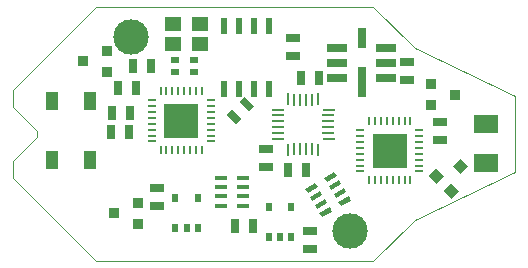
<source format=gts>
G04 (created by PCBNEW (2013-jul-07)-stable) date Tue 30 Dec 2014 02:21:33 PM EST*
%MOIN*%
G04 Gerber Fmt 3.4, Leading zero omitted, Abs format*
%FSLAX34Y34*%
G01*
G70*
G90*
G04 APERTURE LIST*
%ADD10C,0.00590551*%
%ADD11C,0.00393701*%
%ADD12R,0.0433071X0.00984252*%
%ADD13R,0.00984252X0.0433071*%
%ADD14R,0.0409449X0.00984252*%
%ADD15R,0.055X0.047*%
%ADD16R,0.036X0.036*%
%ADD17R,0.02X0.03*%
%ADD18R,0.0236X0.0551*%
%ADD19R,0.08X0.06*%
%ADD20R,0.025X0.045*%
%ADD21R,0.045X0.025*%
%ADD22R,0.01X0.03*%
%ADD23R,0.03X0.01*%
%ADD24R,0.1181X0.1181*%
%ADD25R,0.0393701X0.015748*%
%ADD26R,0.0275591X0.023622*%
%ADD27R,0.065748X0.0314961*%
%ADD28R,0.0314961X0.065748*%
%ADD29R,0.0314961X0.0984252*%
%ADD30C,0.11811*%
%ADD31R,0.0394X0.0591*%
G04 APERTURE END LIST*
G54D10*
G54D11*
X55118Y-14960D02*
X45866Y-14960D01*
X55118Y-23425D02*
X45866Y-23425D01*
X56496Y-16338D02*
X59842Y-17913D01*
X55118Y-14960D02*
X56496Y-16338D01*
X56496Y-22047D02*
X59842Y-20472D01*
X55118Y-23425D02*
X56496Y-22047D01*
X45866Y-14960D02*
X43110Y-17716D01*
X45866Y-23425D02*
X43110Y-20669D01*
X59842Y-20275D02*
X59842Y-20472D01*
X59842Y-17913D02*
X59842Y-20275D01*
X43897Y-19291D02*
X43897Y-19094D01*
X43110Y-20078D02*
X43897Y-19291D01*
X43110Y-20669D02*
X43110Y-20078D01*
X43110Y-17716D02*
X43110Y-18307D01*
X43897Y-19094D02*
X43110Y-18307D01*
G54D12*
X51932Y-18376D03*
X51952Y-18573D03*
X51952Y-18770D03*
X51952Y-18967D03*
X51952Y-19163D03*
X51932Y-19360D03*
G54D13*
X52287Y-19715D03*
X52483Y-19695D03*
X52680Y-19695D03*
X52877Y-19695D03*
X53074Y-19695D03*
X53271Y-19715D03*
G54D14*
X53625Y-19360D03*
G54D12*
X53605Y-19163D03*
X53605Y-18967D03*
X53605Y-18770D03*
X53605Y-18573D03*
X53625Y-18376D03*
G54D13*
X53271Y-18022D03*
X53074Y-18041D03*
X52877Y-18041D03*
X52680Y-18041D03*
X52483Y-18041D03*
X52287Y-18022D03*
G54D15*
X49331Y-16195D03*
X49331Y-15525D03*
X48431Y-15525D03*
X48431Y-16195D03*
G54D16*
X57037Y-18237D03*
X57037Y-17537D03*
X57837Y-17887D03*
X46248Y-16416D03*
X46248Y-17116D03*
X45448Y-16766D03*
G54D10*
G36*
X57966Y-21088D02*
X57711Y-21342D01*
X57457Y-21088D01*
X57711Y-20833D01*
X57966Y-21088D01*
X57966Y-21088D01*
G37*
G36*
X57471Y-20593D02*
X57216Y-20847D01*
X56962Y-20593D01*
X57216Y-20338D01*
X57471Y-20593D01*
X57471Y-20593D01*
G37*
G36*
X58284Y-20274D02*
X58029Y-20529D01*
X57775Y-20274D01*
X58029Y-20020D01*
X58284Y-20274D01*
X58284Y-20274D01*
G37*
G54D16*
X47272Y-21485D03*
X47272Y-22185D03*
X46472Y-21835D03*
G54D17*
X51630Y-22608D03*
X52380Y-22608D03*
X51630Y-21608D03*
X52005Y-22608D03*
X52380Y-21608D03*
X48514Y-22309D03*
X49264Y-22309D03*
X48514Y-21309D03*
X48889Y-22309D03*
X49264Y-21309D03*
G54D18*
X51645Y-17693D03*
X51645Y-15593D03*
X51145Y-17693D03*
X50645Y-17693D03*
X50145Y-17693D03*
X51145Y-15593D03*
X50645Y-15593D03*
X50145Y-15593D03*
G54D19*
X58872Y-18859D03*
X58872Y-20159D03*
G54D10*
G36*
X50547Y-18865D02*
X50229Y-18546D01*
X50406Y-18370D01*
X50724Y-18688D01*
X50547Y-18865D01*
X50547Y-18865D01*
G37*
G36*
X50971Y-18440D02*
X50653Y-18122D01*
X50830Y-17945D01*
X51148Y-18264D01*
X50971Y-18440D01*
X50971Y-18440D01*
G37*
G54D20*
X47699Y-16918D03*
X47099Y-16918D03*
X52856Y-20400D03*
X52256Y-20400D03*
G54D21*
X56236Y-16800D03*
X56236Y-17400D03*
X51539Y-20305D03*
X51539Y-19705D03*
G54D20*
X47210Y-17642D03*
X46610Y-17642D03*
X51107Y-22273D03*
X50507Y-22273D03*
G54D21*
X57329Y-19388D03*
X57329Y-18788D03*
G54D20*
X53312Y-17319D03*
X52712Y-17319D03*
X46992Y-18489D03*
X46392Y-18489D03*
G54D21*
X47890Y-21006D03*
X47890Y-21606D03*
X53001Y-22416D03*
X53001Y-23016D03*
G54D20*
X46977Y-19138D03*
X46377Y-19138D03*
G54D22*
X48218Y-17766D03*
X48415Y-17766D03*
X48612Y-17766D03*
X48021Y-17766D03*
G54D23*
X47726Y-18061D03*
X47726Y-18258D03*
X47726Y-18455D03*
X47726Y-18652D03*
X47726Y-18848D03*
X47726Y-19045D03*
X47726Y-19242D03*
X47726Y-19439D03*
G54D22*
X49399Y-19734D03*
X48021Y-19734D03*
X48218Y-19734D03*
X48415Y-19734D03*
X48612Y-19734D03*
X48808Y-19734D03*
X49005Y-19734D03*
X49202Y-19734D03*
G54D23*
X49694Y-19439D03*
X49694Y-19242D03*
X49694Y-19045D03*
X49694Y-18848D03*
X49694Y-18652D03*
X49694Y-18455D03*
X49694Y-18258D03*
X49694Y-18061D03*
G54D22*
X49399Y-17766D03*
X49202Y-17766D03*
X49005Y-17766D03*
X48808Y-17766D03*
G54D24*
X48710Y-18750D03*
G54D22*
X55173Y-18767D03*
X55370Y-18767D03*
X55567Y-18767D03*
X54976Y-18767D03*
G54D23*
X54681Y-19062D03*
X54681Y-19259D03*
X54681Y-19456D03*
X54681Y-19653D03*
X54681Y-19849D03*
X54681Y-20046D03*
X54681Y-20243D03*
X54681Y-20440D03*
G54D22*
X56354Y-20735D03*
X54976Y-20735D03*
X55173Y-20735D03*
X55370Y-20735D03*
X55567Y-20735D03*
X55763Y-20735D03*
X55960Y-20735D03*
X56157Y-20735D03*
G54D23*
X56649Y-20440D03*
X56649Y-20243D03*
X56649Y-20046D03*
X56649Y-19849D03*
X56649Y-19653D03*
X56649Y-19456D03*
X56649Y-19259D03*
X56649Y-19062D03*
G54D22*
X56354Y-18767D03*
X56157Y-18767D03*
X55960Y-18767D03*
X55763Y-18767D03*
G54D24*
X55665Y-19751D03*
G54D10*
G36*
X54369Y-21410D02*
X54028Y-21607D01*
X53949Y-21471D01*
X54290Y-21274D01*
X54369Y-21410D01*
X54369Y-21410D01*
G37*
G36*
X54212Y-21138D02*
X53871Y-21334D01*
X53792Y-21198D01*
X54133Y-21001D01*
X54212Y-21138D01*
X54212Y-21138D01*
G37*
G36*
X54054Y-20865D02*
X53713Y-21062D01*
X53634Y-20925D01*
X53975Y-20728D01*
X54054Y-20865D01*
X54054Y-20865D01*
G37*
G36*
X53897Y-20592D02*
X53556Y-20789D01*
X53477Y-20652D01*
X53818Y-20456D01*
X53897Y-20592D01*
X53897Y-20592D01*
G37*
G36*
X53262Y-20958D02*
X52921Y-21155D01*
X52843Y-21019D01*
X53184Y-20822D01*
X53262Y-20958D01*
X53262Y-20958D01*
G37*
G36*
X53420Y-21231D02*
X53079Y-21428D01*
X53000Y-21291D01*
X53341Y-21095D01*
X53420Y-21231D01*
X53420Y-21231D01*
G37*
G36*
X53577Y-21504D02*
X53236Y-21701D01*
X53158Y-21564D01*
X53499Y-21367D01*
X53577Y-21504D01*
X53577Y-21504D01*
G37*
G36*
X53735Y-21776D02*
X53394Y-21973D01*
X53315Y-21837D01*
X53656Y-21640D01*
X53735Y-21776D01*
X53735Y-21776D01*
G37*
G54D25*
X50028Y-20643D03*
X50028Y-20958D03*
X50028Y-21273D03*
X50028Y-21588D03*
X50760Y-21588D03*
X50760Y-21273D03*
X50760Y-20958D03*
X50760Y-20643D03*
G54D26*
X48509Y-16731D03*
X49139Y-16731D03*
X48509Y-17125D03*
X49139Y-17125D03*
G54D27*
X55540Y-17312D03*
X55540Y-16812D03*
X55540Y-16312D03*
G54D28*
X54727Y-15986D03*
G54D27*
X53914Y-16312D03*
X53914Y-16812D03*
X53914Y-17312D03*
G54D29*
X54727Y-17466D03*
G54D30*
X47047Y-15944D03*
X54330Y-22440D03*
G54D21*
X52429Y-16575D03*
X52429Y-15975D03*
G54D31*
X45660Y-18102D03*
X44400Y-18102D03*
X44400Y-20070D03*
X45660Y-20070D03*
M02*

</source>
